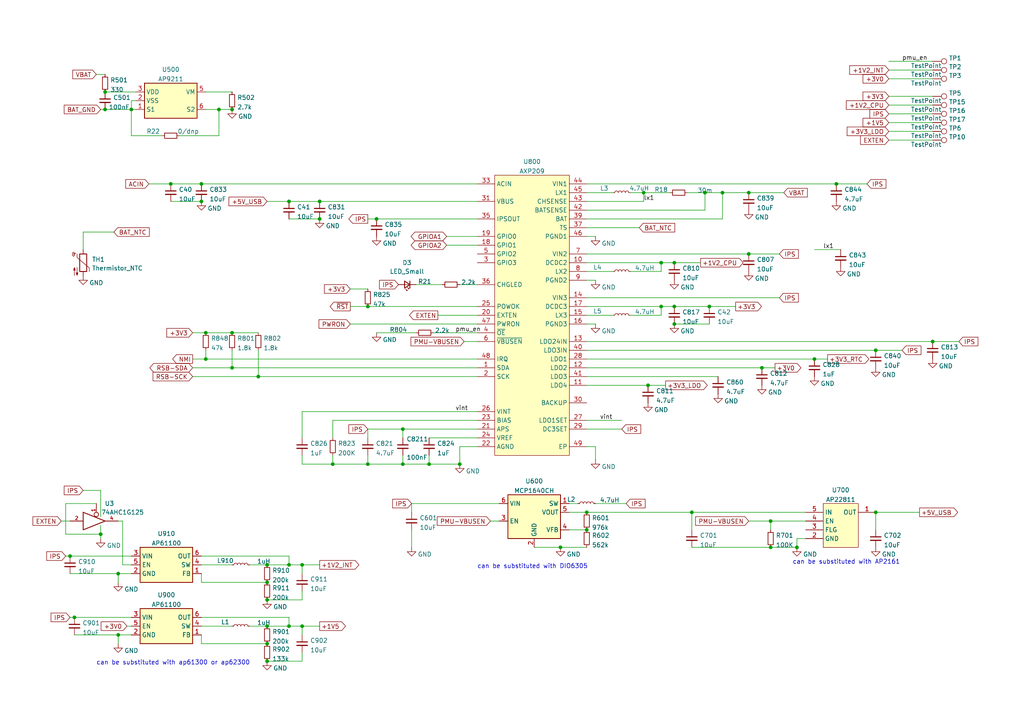
<source format=kicad_sch>
(kicad_sch (version 20231120) (generator "eeschema") (generator_version "8.0")
  (paper "A4")
  (lib_symbols
    (symbol "74xGxx:74AHC1G125" (pin_names (offset 1.016))
      (property "Reference" "U" (at -2.54 3.81 0))
      (property "Value" "74AHC1G125" (at 0 -3.81 0))
      (symbol "74AHC1G125_1_1"
        (pin input inverted (at 0 5.08 270) (length 3.81) (name "~") (number "1"))
        (pin input line (at -7.62 0 0) (length 3.81) (name "~") (number "2"))
        (pin power_in line (at 1.27 -1.27 270) (length 0) hide (name "GND") (number "3"))
        (pin tri_state line (at 6.35 0 180) (length 3.81) (name "~") (number "4"))
        (pin power_in line (at 1.27 1.27 90) (length 0) hide (name "VCC") (number "5"))
      )
    )
    (symbol "Connector:TestPoint" (pin_numbers hide) (pin_names (offset 0.762) hide)
      (property "Reference" "TP" (at 0 6.858 0))
      (property "Value" "TestPoint" (at 0 5.08 0))
      (symbol "TestPoint_1_1"
        (pin passive line (at 0 0 90) (length 2.54) (name "1") (number "1"))
      )
    )
    (symbol "Device:C_Small" (pin_numbers hide) (pin_names (offset 0.254) hide)
      (property "Reference" "C" (at 0.254 1.778 0))
      (property "Value" "C_Small" (at 0.254 -2.032 0))
      (symbol "C_Small_1_1"
        (pin passive line (at 0 2.54 270) (length 2.032) (name "~") (number "1"))
        (pin passive line (at 0 -2.54 90) (length 2.032) (name "~") (number "2"))
      )
    )
    (symbol "Device:LED_Small" (pin_numbers hide) (pin_names (offset 0.254) hide)
      (property "Reference" "D" (at -1.27 3.175 0))
      (property "Value" "LED_Small" (at -4.445 -2.54 0))
      (symbol "LED_Small_1_1"
        (pin passive line (at -2.54 0 0) (length 1.778) (name "K") (number "1"))
        (pin passive line (at 2.54 0 180) (length 1.778) (name "A") (number "2"))
      )
    )
    (symbol "Device:L_Small" (pin_numbers hide) (pin_names (offset 0.254) hide)
      (property "Reference" "L" (at 0.762 1.016 0))
      (property "Value" "L_Small" (at 0.762 -1.016 0))
      (symbol "L_Small_1_1"
        (pin passive line (at 0 2.54 270) (length 0.508) (name "~") (number "1"))
        (pin passive line (at 0 -2.54 90) (length 0.508) (name "~") (number "2"))
      )
    )
    (symbol "Device:R_Small" (pin_numbers hide) (pin_names (offset 0.254) hide)
      (property "Reference" "R" (at 0.762 0.508 0))
      (property "Value" "R_Small" (at 0.762 -1.016 0))
      (symbol "R_Small_1_1"
        (pin passive line (at 0 2.54 270) (length 0.762) (name "~") (number "1"))
        (pin passive line (at 0 -2.54 90) (length 0.762) (name "~") (number "2"))
      )
    )
    (symbol "Device:Thermistor_NTC" (pin_numbers hide) (pin_names (offset 0))
      (property "Reference" "TH" (at -4.445 0 90))
      (property "Value" "Thermistor_NTC" (at 3.175 0 90))
      (symbol "Thermistor_NTC_1_1"
        (pin passive line (at 0 3.81 270) (length 1.27) (name "~") (number "1"))
        (pin passive line (at 0 -3.81 90) (length 1.27) (name "~") (number "2"))
      )
    )
    (symbol "Regulator_Switching:MCP1640CH"
      (property "Reference" "U" (at -7.62 8.89 0))
      (property "Value" "MCP1640CH" (at -1.27 8.89 0))
      (symbol "MCP1640CH_1_1"
        (pin input line (at 10.16 5.08 180) (length 2.54) (name "SW") (number "1"))
        (pin power_in line (at 0 -7.62 90) (length 2.54) (name "GND") (number "2"))
        (pin input line (at -10.16 0 0) (length 2.54) (name "EN") (number "3"))
        (pin input line (at 10.16 -2.54 180) (length 2.54) (name "VFB") (number "4"))
        (pin power_out line (at 10.16 2.54 180) (length 2.54) (name "VOUT") (number "5"))
        (pin power_in line (at -10.16 5.08 0) (length 2.54) (name "VIN") (number "6"))
      )
    )
    (symbol "diodes:AP22811"
      (property "Reference" "U" (at -2.54 1.27 0))
      (property "Value" "AP22811" (at 5.08 1.27 0))
      (symbol "AP22811_1_1"
        (pin input line (at 10.16 -2.54 180) (length 5.08) (name "OUT") (number "1"))
        (pin input line (at -10.16 -10.16 0) (length 5.08) (name "GND") (number "2"))
        (pin input line (at -10.16 -7.62 0) (length 5.08) (name "FLG") (number "3"))
        (pin input line (at -10.16 -5.08 0) (length 5.08) (name "EN") (number "4"))
        (pin input line (at -10.16 -2.54 0) (length 5.08) (name "IN") (number "5"))
      )
    )
    (symbol "diodes:AP61100"
      (property "Reference" "U" (at -7.62 6.35 0))
      (property "Value" "AP61100" (at 5.08 6.35 0))
      (symbol "AP61100_1_1"
        (pin input line (at 10.16 -2.54 180) (length 2.54) (name "FB") (number "1"))
        (pin power_in line (at -10.16 -2.54 0) (length 2.54) (name "GND") (number "2"))
        (pin power_in line (at -10.16 2.54 0) (length 2.54) (name "VIN") (number "3"))
        (pin power_out line (at 10.16 0 180) (length 2.54) (name "SW") (number "4"))
        (pin input line (at -10.16 0 0) (length 2.54) (name "EN") (number "5"))
        (pin input line (at 10.16 2.54 180) (length 2.54) (name "OUT") (number "6"))
      )
    )
    (symbol "diodes:AP9211"
      (property "Reference" "U" (at -7.62 6.35 0))
      (property "Value" "AP9211" (at 6.35 6.35 0))
      (symbol "AP9211_1_1"
        (pin output line (at -10.16 -2.54 0) (length 2.54) (name "S1") (number "1"))
        (pin power_in line (at -10.16 0 0) (length 2.54) (name "VSS") (number "2"))
        (pin power_in line (at -10.16 2.54 0) (length 2.54) (name "VDD") (number "3"))
        (pin passive line (at 10.16 2.54 180) (length 2.54) (name "VM") (number "5"))
        (pin output line (at 10.16 -2.54 180) (length 2.54) (name "S2") (number "6"))
      )
    )
    (symbol "power:GND" (power) (pin_names (offset 0))
      (property "Value" "GND" (at 0 -3.81 0))
      (symbol "GND_1_1"
        (pin power_in line (at 0 0 270) (length 0) hide (name "GND") (number "1"))
      )
    )
    (symbol "xpowers:AXP203"
      (property "Reference" "U" (at -2.54 2.54 0))
      (property "Value" "AXP203" (at 3.81 2.54 0))
      (symbol "AXP203_1_0"
        (pin passive line (at -15.24 -55.88 0) (length 5.08) (name "SDA") (number "1"))
        (pin passive line (at 16.51 -25.4 180) (length 5.08) (name "DCDC2") (number "10"))
        (pin passive line (at 16.51 -60.96 180) (length 5.08) (name "LDO4") (number "11"))
        (pin passive line (at 16.51 -55.88 180) (length 5.08) (name "LDO2") (number "12"))
        (pin passive line (at 16.51 -48.26 180) (length 5.08) (name "LDO24IN") (number "13"))
        (pin passive line (at 16.51 -35.56 180) (length 5.08) (name "VIN3") (number "14"))
        (pin passive line (at 16.51 -40.64 180) (length 5.08) (name "LX3") (number "15"))
        (pin passive line (at 16.51 -43.18 180) (length 5.08) (name "PGND3") (number "16"))
        (pin passive line (at 16.51 -38.1 180) (length 5.08) (name "DCDC3") (number "17"))
        (pin passive line (at -15.24 -20.32 0) (length 5.08) (name "GPIO1") (number "18"))
        (pin passive line (at -15.24 -17.78 0) (length 5.08) (name "GPIO0") (number "19"))
        (pin passive line (at -15.24 -58.42 0) (length 5.08) (name "SCK") (number "2"))
        (pin passive line (at -15.24 -40.64 0) (length 5.08) (name "EXTEN") (number "20"))
        (pin passive line (at -15.24 -73.66 0) (length 5.08) (name "APS") (number "21"))
        (pin passive line (at -15.24 -78.74 0) (length 5.08) (name "AGND") (number "22"))
        (pin passive line (at -15.24 -71.12 0) (length 5.08) (name "BIAS") (number "23"))
        (pin passive line (at -15.24 -76.2 0) (length 5.08) (name "VREF") (number "24"))
        (pin passive line (at -15.24 -38.1 0) (length 5.08) (name "POWOK") (number "25"))
        (pin passive line (at -15.24 -68.58 0) (length 5.08) (name "VINT") (number "26"))
        (pin passive line (at 16.51 -71.12 180) (length 5.08) (name "LDO1SET") (number "27"))
        (pin passive line (at 16.51 -53.34 180) (length 5.08) (name "LDO1") (number "28"))
        (pin passive line (at 16.51 -73.66 180) (length 5.08) (name "DC3SET") (number "29"))
        (pin passive line (at -15.24 -25.4 0) (length 5.08) (name "GPIO3") (number "3"))
        (pin passive line (at 16.51 -66.04 180) (length 5.08) (name "BACKUP") (number "30"))
        (pin passive line (at -15.24 -7.62 0) (length 5.08) (name "VBUS") (number "31"))
        (pin passive line (at -15.24 -2.54 0) (length 5.08) hide (name "ACIN") (number "32"))
        (pin passive line (at -15.24 -2.54 0) (length 5.08) (name "ACIN") (number "33"))
        (pin passive line (at -15.24 -12.7 0) (length 5.08) hide (name "IPSOUT") (number "34"))
        (pin passive line (at -15.24 -12.7 0) (length 5.08) (name "IPSOUT") (number "35"))
        (pin passive line (at -15.24 -31.75 0) (length 5.08) (name "CHGLED") (number "36"))
        (pin passive line (at 16.51 -15.24 180) (length 5.08) (name "TS") (number "37"))
        (pin passive line (at 16.51 -12.7 180) (length 5.08) hide (name "BAT") (number "38"))
        (pin passive line (at 16.51 -12.7 180) (length 5.08) (name "BAT") (number "39"))
        (pin passive line (at -15.24 -45.72 0) (length 5.08) (name "~{OE}") (number "4"))
        (pin passive line (at 16.51 -50.8 180) (length 5.08) (name "LDO3IN") (number "40"))
        (pin passive line (at 16.51 -58.42 180) (length 5.08) (name "LDO3") (number "41"))
        (pin passive line (at 16.51 -10.16 180) (length 5.08) (name "BATSENSE") (number "42"))
        (pin passive line (at 16.51 -7.62 180) (length 5.08) (name "CHSENSE") (number "43"))
        (pin passive line (at 16.51 -2.54 180) (length 5.08) (name "VIN1") (number "44"))
        (pin passive line (at 16.51 -5.08 180) (length 5.08) (name "LX1") (number "45"))
        (pin passive line (at 16.51 -17.78 180) (length 5.08) (name "PGND1") (number "46"))
        (pin passive line (at -15.24 -43.18 0) (length 5.08) (name "PWRON") (number "47"))
        (pin passive line (at -15.24 -53.34 0) (length 5.08) (name "IRQ") (number "48"))
        (pin passive line (at 16.51 -78.74 180) (length 5.08) (name "EP") (number "49"))
        (pin passive line (at -15.24 -22.86 0) (length 5.08) (name "GPIO2") (number "5"))
        (pin passive line (at -15.24 -48.26 0) (length 5.08) (name "~{VBUSEN}") (number "6"))
        (pin passive line (at 16.51 -22.86 180) (length 5.08) (name "VIN2") (number "7"))
        (pin passive line (at 16.51 -27.94 180) (length 5.08) (name "LX2") (number "8"))
        (pin passive line (at 16.51 -30.48 180) (length 5.08) (name "PGND2") (number "9"))
      )
    )
  )
  (junction (at 116.84 124.46) (diameter 0.9144))
  (junction (at 254 101.6) (diameter 0.9144))
  (junction (at 200.66 148.59) (diameter 0.9144))
  (junction (at 170.18 153.67) (diameter 0.9144))
  (junction (at 254 148.59) (diameter 0.9144))
  (junction (at 231.14 158.75) (diameter 0.9144))
  (junction (at 59.69 104.14) (diameter 0.9144))
  (junction (at 87.63 163.83))
  (junction (at 58.42 58.42))
  (junction (at 83.82 163.83))
  (junction (at 236.22 104.14) (diameter 0.9144))
  (junction (at 83.82 58.42))
  (junction (at 223.52 151.13) (diameter 0.9144))
  (junction (at 67.31 31.75))
  (junction (at 29.21 154.94))
  (junction (at 77.47 181.61))
  (junction (at 87.63 181.61))
  (junction (at 74.93 109.22) (diameter 0.9144))
  (junction (at 191.77 88.9) (diameter 0.9144))
  (junction (at 116.84 134.62) (diameter 0.9144))
  (junction (at 59.69 96.52))
  (junction (at 77.47 173.99))
  (junction (at 67.31 106.68) (diameter 0.9144))
  (junction (at 38.1 31.75))
  (junction (at 106.68 88.9) (diameter 0.9144))
  (junction (at 77.47 186.69) (diameter 0.9144))
  (junction (at 96.52 134.62) (diameter 0.9144))
  (junction (at 242.57 53.34) (diameter 0.9144))
  (junction (at 58.42 53.34) (diameter 0.9144))
  (junction (at 187.96 111.76) (diameter 0.9144))
  (junction (at 170.18 148.59) (diameter 0.9144))
  (junction (at 83.82 181.61))
  (junction (at 30.48 26.67))
  (junction (at 205.74 88.9))
  (junction (at 209.55 55.88) (diameter 0.9144))
  (junction (at 30.48 31.75))
  (junction (at 223.52 158.75) (diameter 0.9144))
  (junction (at 124.46 134.62) (diameter 0.9144))
  (junction (at 162.56 158.75) (diameter 0.9144))
  (junction (at 133.35 134.62) (diameter 0.9144))
  (junction (at 77.47 191.77))
  (junction (at 270.51 99.06) (diameter 0.9144))
  (junction (at 34.29 184.15))
  (junction (at 67.31 96.52))
  (junction (at 77.47 163.83))
  (junction (at 92.71 58.42) (diameter 0.9144))
  (junction (at 109.22 63.5) (diameter 0.9144))
  (junction (at 21.59 179.07))
  (junction (at 34.29 166.37))
  (junction (at 220.98 106.68) (diameter 0.9144))
  (junction (at 186.69 55.88) (diameter 0.9144))
  (junction (at 217.17 55.88) (diameter 0.9144))
  (junction (at 217.17 73.66) (diameter 0.9144))
  (junction (at 63.5 31.75))
  (junction (at 195.58 76.2) (diameter 0.9144))
  (junction (at 77.47 168.91) (diameter 0.9144))
  (junction (at 20.32 161.29))
  (junction (at 106.68 134.62) (diameter 0.9144))
  (junction (at 191.77 76.2) (diameter 0.9144))
  (junction (at 49.53 53.34))
  (junction (at 195.58 88.9) (diameter 0.9144))
  (junction (at 204.47 55.88) (diameter 0.9144))
  (junction (at 195.58 93.98))
  (junction (at 92.71 63.5))
  (wire (pts (xy 209.55 55.88) (xy 217.17 55.88)))
  (wire (pts (xy 83.82 179.07) (xy 83.82 181.61)))
  (wire (pts (xy 58.42 186.69) (xy 58.42 184.15)))
  (wire (pts (xy 223.52 158.75) (xy 231.14 158.75)))
  (wire (pts (xy 29.21 154.94) (xy 29.21 156.21)))
  (wire (pts (xy 186.69 55.88) (xy 182.88 55.88)))
  (wire (pts (xy 20.32 179.07) (xy 21.59 179.07)))
  (wire (pts (xy 119.38 153.67) (xy 119.38 158.75)))
  (wire (pts (xy 134.62 99.06) (xy 138.43 99.06)))
  (wire (pts (xy 165.1 148.59) (xy 170.18 148.59)))
  (wire (pts (xy 59.69 31.75) (xy 63.5 31.75)))
  (wire (pts (xy 30.48 26.67) (xy 39.37 26.67)))
  (wire (pts (xy 77.47 58.42) (xy 83.82 58.42)))
  (wire (pts (xy 106.68 63.5) (xy 109.22 63.5)))
  (wire (pts (xy 30.48 31.75) (xy 38.1 31.75)))
  (wire (pts (xy 38.1 29.21) (xy 38.1 31.75)))
  (wire (pts (xy 186.69 58.42) (xy 186.69 55.88)))
  (wire (pts (xy 170.18 129.54) (xy 172.72 129.54)))
  (wire (pts (xy 87.63 184.15) (xy 87.63 181.61)))
  (wire (pts (xy 191.77 88.9) (xy 191.77 91.44)))
  (wire (pts (xy 257.81 20.32) (xy 270.51 20.32)))
  (wire (pts (xy 124.46 132.08) (xy 124.46 134.62)))
  (wire (pts (xy 106.68 134.62) (xy 116.84 134.62)))
  (wire (pts (xy 83.82 163.83) (xy 77.47 163.83)))
  (wire (pts (xy 87.63 173.99) (xy 77.47 173.99)))
  (wire (pts (xy 27.94 21.59) (xy 30.48 21.59)))
  (wire (pts (xy 116.84 132.08) (xy 116.84 134.62)))
  (wire (pts (xy 59.69 96.52) (xy 67.31 96.52)))
  (wire (pts (xy 55.88 106.68) (xy 67.31 106.68)))
  (wire (pts (xy 58.42 168.91) (xy 58.42 166.37)))
  (wire (pts (xy 74.93 101.6) (xy 74.93 109.22)))
  (wire (pts (xy 72.39 181.61) (xy 77.47 181.61)))
  (wire (pts (xy 74.93 109.22) (xy 138.43 109.22)))
  (wire (pts (xy 170.18 68.58) (xy 172.72 68.58)))
  (wire (pts (xy 119.38 146.05) (xy 119.38 148.59)))
  (wire (pts (xy 257.81 30.48) (xy 270.51 30.48)))
  (wire (pts (xy 204.47 55.88) (xy 199.39 55.88)))
  (wire (pts (xy 217.17 55.88) (xy 227.33 55.88)))
  (wire (pts (xy 200.66 148.59) (xy 233.68 148.59)))
  (wire (pts (xy 170.18 93.98) (xy 172.72 93.98)))
  (wire (pts (xy 170.18 106.68) (xy 220.98 106.68)))
  (wire (pts (xy 138.43 119.38) (xy 87.63 119.38)))
  (wire (pts (xy 257.81 35.56) (xy 270.51 35.56)))
  (wire (pts (xy 124.46 134.62) (xy 133.35 134.62)))
  (wire (pts (xy 170.18 60.96) (xy 204.47 60.96)))
  (wire (pts (xy 87.63 191.77) (xy 77.47 191.77)))
  (wire (pts (xy 49.53 53.34) (xy 58.42 53.34)))
  (wire (pts (xy 142.24 151.13) (xy 144.78 151.13)))
  (wire (pts (xy 170.18 91.44) (xy 177.8 91.44)))
  (wire (pts (xy 116.84 124.46) (xy 116.84 127)))
  (wire (pts (xy 191.77 88.9) (xy 195.58 88.9)))
  (wire (pts (xy 270.51 99.06) (xy 278.13 99.06)))
  (wire (pts (xy 209.55 55.88) (xy 204.47 55.88)))
  (wire (pts (xy 138.43 129.54) (xy 133.35 129.54)))
  (wire (pts (xy 127 91.44) (xy 138.43 91.44)))
  (wire (pts (xy 165.1 153.67) (xy 170.18 153.67)))
  (wire (pts (xy 87.63 163.83) (xy 92.71 163.83)))
  (wire (pts (xy 87.63 119.38) (xy 87.63 127)))
  (wire (pts (xy 58.42 179.07) (xy 83.82 179.07)))
  (wire (pts (xy 191.77 76.2) (xy 191.77 78.74)))
  (wire (pts (xy 195.58 88.9) (xy 205.74 88.9)))
  (wire (pts (xy 170.18 76.2) (xy 191.77 76.2)))
  (wire (pts (xy 195.58 76.2) (xy 203.2 76.2)))
  (wire (pts (xy 172.72 129.54) (xy 172.72 133.35)))
  (wire (pts (xy 254 148.59) (xy 266.7 148.59)))
  (wire (pts (xy 35.56 163.83) (xy 38.1 163.83)))
  (wire (pts (xy 182.88 91.44) (xy 191.77 91.44)))
  (wire (pts (xy 186.69 55.88) (xy 194.31 55.88)))
  (wire (pts (xy 67.31 96.52) (xy 74.93 96.52)))
  (wire (pts (xy 200.66 158.75) (xy 223.52 158.75)))
  (wire (pts (xy 170.18 78.74) (xy 177.8 78.74)))
  (wire (pts (xy 24.13 67.31) (xy 24.13 72.39)))
  (wire (pts (xy 170.18 88.9) (xy 191.77 88.9)))
  (wire (pts (xy 254 101.6) (xy 261.62 101.6)))
  (wire (pts (xy 170.18 63.5) (xy 209.55 63.5)))
  (wire (pts (xy 29.21 142.24) (xy 24.13 142.24)))
  (wire (pts (xy 236.22 104.14) (xy 240.03 104.14)))
  (wire (pts (xy 49.53 58.42) (xy 58.42 58.42)))
  (wire (pts (xy 58.42 161.29) (xy 83.82 161.29)))
  (wire (pts (xy 170.18 101.6) (xy 254 101.6)))
  (wire (pts (xy 83.82 181.61) (xy 77.47 181.61)))
  (wire (pts (xy 170.18 148.59) (xy 200.66 148.59)))
  (wire (pts (xy 19.05 146.05) (xy 19.05 154.94)))
  (wire (pts (xy 116.84 124.46) (xy 138.43 124.46)))
  (wire (pts (xy 106.68 132.08) (xy 106.68 134.62)))
  (wire (pts (xy 87.63 189.23) (xy 87.63 191.77)))
  (wire (pts (xy 38.1 184.15) (xy 34.29 184.15)))
  (wire (pts (xy 138.43 121.92) (xy 96.52 121.92)))
  (wire (pts (xy 38.1 31.75) (xy 39.37 31.75)))
  (wire (pts (xy 165.1 146.05) (xy 167.64 146.05)))
  (wire (pts (xy 170.18 55.88) (xy 177.8 55.88)))
  (wire (pts (xy 38.1 39.37) (xy 38.1 31.75)))
  (wire (pts (xy 170.18 86.36) (xy 226.06 86.36)))
  (wire (pts (xy 106.68 124.46) (xy 116.84 124.46)))
  (wire (pts (xy 124.46 127) (xy 138.43 127)))
  (wire (pts (xy 55.88 109.22) (xy 74.93 109.22)))
  (wire (pts (xy 58.42 163.83) (xy 67.31 163.83)))
  (wire (pts (xy 58.42 53.34) (xy 138.43 53.34)))
  (wire (pts (xy 217.17 73.66) (xy 226.06 73.66)))
  (wire (pts (xy 233.68 156.21) (xy 231.14 156.21)))
  (wire (pts (xy 58.42 168.91) (xy 77.47 168.91)))
  (wire (pts (xy 133.35 82.55) (xy 138.43 82.55)))
  (wire (pts (xy 195.58 93.98) (xy 205.74 93.98)))
  (wire (pts (xy 170.18 73.66) (xy 217.17 73.66)))
  (wire (pts (xy 29.21 152.4) (xy 29.21 154.94)))
  (wire (pts (xy 52.07 39.37) (xy 63.5 39.37)))
  (wire (pts (xy 21.59 184.15) (xy 34.29 184.15)))
  (wire (pts (xy 67.31 101.6) (xy 67.31 106.68)))
  (wire (pts (xy 33.02 67.31) (xy 24.13 67.31)))
  (wire (pts (xy 59.69 101.6) (xy 59.69 104.14)))
  (wire (pts (xy 35.56 151.13) (xy 35.56 163.83)))
  (wire (pts (xy 27.94 146.05) (xy 19.05 146.05)))
  (wire (pts (xy 109.22 96.52) (xy 120.65 96.52)))
  (wire (pts (xy 34.29 184.15) (xy 34.29 186.69)))
  (wire (pts (xy 67.31 106.68) (xy 138.43 106.68)))
  (wire (pts (xy 87.63 181.61) (xy 92.71 181.61)))
  (wire (pts (xy 257.81 22.86) (xy 270.51 22.86)))
  (wire (pts (xy 87.63 134.62) (xy 96.52 134.62)))
  (wire (pts (xy 39.37 29.21) (xy 38.1 29.21)))
  (wire (pts (xy 116.84 134.62) (xy 124.46 134.62)))
  (wire (pts (xy 29.21 149.86) (xy 29.21 142.24)))
  (wire (pts (xy 72.39 163.83) (xy 77.47 163.83)))
  (wire (pts (xy 133.35 129.54) (xy 133.35 134.62)))
  (wire (pts (xy 38.1 166.37) (xy 34.29 166.37)))
  (wire (pts (xy 87.63 166.37) (xy 87.63 163.83)))
  (wire (pts (xy 43.18 53.34) (xy 49.53 53.34)))
  (wire (pts (xy 101.6 93.98) (xy 138.43 93.98)))
  (wire (pts (xy 129.54 71.12) (xy 138.43 71.12)))
  (wire (pts (xy 170.18 99.06) (xy 270.51 99.06)))
  (wire (pts (xy 187.96 111.76) (xy 193.04 111.76)))
  (wire (pts (xy 96.52 132.08) (xy 96.52 134.62)))
  (wire (pts (xy 106.68 88.9) (xy 138.43 88.9)))
  (wire (pts (xy 170.18 58.42) (xy 186.69 58.42)))
  (wire (pts (xy 19.05 161.29) (xy 20.32 161.29)))
  (wire (pts (xy 83.82 58.42) (xy 92.71 58.42)))
  (wire (pts (xy 36.83 181.61) (xy 38.1 181.61)))
  (wire (pts (xy 17.78 151.13) (xy 20.32 151.13)))
  (wire (pts (xy 29.21 31.75) (xy 30.48 31.75)))
  (wire (pts (xy 257.81 27.94) (xy 270.51 27.94)))
  (wire (pts (xy 220.98 106.68) (xy 224.79 106.68)))
  (wire (pts (xy 20.32 166.37) (xy 34.29 166.37)))
  (wire (pts (xy 254 148.59) (xy 254 153.67)))
  (wire (pts (xy 191.77 76.2) (xy 195.58 76.2)))
  (wire (pts (xy 106.68 127) (xy 106.68 124.46)))
  (wire (pts (xy 257.81 38.1) (xy 270.51 38.1)))
  (wire (pts (xy 125.73 96.52) (xy 138.43 96.52)))
  (wire (pts (xy 257.81 33.02) (xy 270.51 33.02)))
  (wire (pts (xy 129.54 68.58) (xy 138.43 68.58)))
  (wire (pts (xy 46.99 39.37) (xy 38.1 39.37)))
  (wire (pts (xy 21.59 179.07) (xy 38.1 179.07)))
  (wire (pts (xy 59.69 26.67) (xy 67.31 26.67)))
  (wire (pts (xy 58.42 186.69) (xy 77.47 186.69)))
  (wire (pts (xy 236.22 72.39) (xy 243.84 72.39)))
  (wire (pts (xy 205.74 88.9) (xy 213.36 88.9)))
  (wire (pts (xy 170.18 53.34) (xy 242.57 53.34)))
  (wire (pts (xy 231.14 156.21) (xy 231.14 158.75)))
  (wire (pts (xy 223.52 151.13) (xy 233.68 151.13)))
  (wire (pts (xy 200.66 148.59) (xy 200.66 153.67)))
  (wire (pts (xy 101.6 88.9) (xy 106.68 88.9)))
  (wire (pts (xy 257.81 17.78) (xy 270.51 17.78)))
  (wire (pts (xy 87.63 171.45) (xy 87.63 173.99)))
  (wire (pts (xy 55.88 104.14) (xy 59.69 104.14)))
  (wire (pts (xy 223.52 151.13) (xy 223.52 153.67)))
  (wire (pts (xy 34.29 166.37) (xy 34.29 168.91)))
  (wire (pts (xy 63.5 39.37) (xy 63.5 31.75)))
  (wire (pts (xy 170.18 104.14) (xy 236.22 104.14)))
  (wire (pts (xy 19.05 154.94) (xy 29.21 154.94)))
  (wire (pts (xy 170.18 66.04) (xy 185.42 66.04)))
  (wire (pts (xy 170.18 81.28) (xy 172.72 81.28)))
  (wire (pts (xy 55.88 96.52) (xy 59.69 96.52)))
  (wire (pts (xy 209.55 63.5) (xy 209.55 55.88)))
  (wire (pts (xy 83.82 161.29) (xy 83.82 163.83)))
  (wire (pts (xy 92.71 58.42) (xy 138.43 58.42)))
  (wire (pts (xy 162.56 158.75) (xy 170.18 158.75)))
  (wire (pts (xy 170.18 121.92) (xy 180.34 121.92)))
  (wire (pts (xy 59.69 104.14) (xy 138.43 104.14)))
  (wire (pts (xy 170.18 109.22) (xy 208.28 109.22)))
  (wire (pts (xy 154.94 158.75) (xy 162.56 158.75)))
  (wire (pts (xy 170.18 111.76) (xy 187.96 111.76)))
  (wire (pts (xy 35.56 151.13) (xy 34.29 151.13)))
  (wire (pts (xy 83.82 181.61) (xy 87.63 181.61)))
  (wire (pts (xy 204.47 60.96) (xy 204.47 55.88)))
  (wire (pts (xy 120.65 82.55) (xy 128.27 82.55)))
  (wire (pts (xy 242.57 53.34) (xy 251.46 53.34)))
  (wire (pts (xy 101.6 83.82) (xy 106.68 83.82)))
  (wire (pts (xy 109.22 63.5) (xy 138.43 63.5)))
  (wire (pts (xy 63.5 31.75) (xy 67.31 31.75)))
  (wire (pts (xy 191.77 78.74) (xy 182.88 78.74)))
  (wire (pts (xy 87.63 132.08) (xy 87.63 134.62)))
  (wire (pts (xy 119.38 146.05) (xy 144.78 146.05)))
  (wire (pts (xy 170.18 124.46) (xy 180.34 124.46)))
  (wire (pts (xy 83.82 163.83) (xy 87.63 163.83)))
  (wire (pts (xy 83.82 63.5) (xy 92.71 63.5)))
  (wire (pts (xy 257.81 40.64) (xy 270.51 40.64)))
  (wire (pts (xy 58.42 181.61) (xy 67.31 181.61)))
  (wire (pts (xy 96.52 121.92) (xy 96.52 127)))
  (wire (pts (xy 96.52 134.62) (xy 106.68 134.62)))
  (wire (pts (xy 217.17 151.13) (xy 223.52 151.13)))
  (wire (pts (xy 172.72 146.05) (xy 181.61 146.05)))
  (wire (pts (xy 20.32 161.29) (xy 38.1 161.29)))
  (text "can be substituted with ap61300 or ap62300" (at 27.94 193.04 0) (effects (font (size 1.27 1.27)) (justify left bottom)))
  (text "can be substituted with DIO6305" (at 138.43 165.1 0) (effects (font (size 1.27 1.27)) (justify left bottom)))
  (text "can be substituted with AP2161" (at 229.87 163.83 0) (effects (font (size 1.27 1.27)) (justify left bottom)))
  (label "vint" (at 132.08 119.38 0))
  (label "pmu_en" (at 261.62 17.78 0))
  (label "vint" (at 173.99 121.92 0))
  (label "lx1" (at 238.76 72.39 0))
  (label "pmu_en" (at 132.08 96.52 0))
  (label "lx1" (at 186.69 58.42 0))
  (global_label "+3V3_LDO" (shape input) (at 257.81 38.1 180) (property "Intersheetrefs" "${INTERSHEET_REFS}" (effects (hide yes))))
  (global_label "IPS" (shape input) (at 226.06 73.66 0) (property "Intersheetrefs" "${INTERSHEET_REFS}" (effects (hide yes))))
  (global_label "+3V0" (shape input) (at 257.81 22.86 180) (property "Intersheetrefs" "${INTERSHEET_REFS}" (effects (hide yes))))
  (global_label "IPS" (shape input) (at 261.62 101.6 0) (property "Intersheetrefs" "${INTERSHEET_REFS}" (effects (hide yes))))
  (global_label "IPS" (shape input) (at 20.32 179.07 180) (property "Intersheetrefs" "${INTERSHEET_REFS}" (effects (hide yes))))
  (global_label "IPS" (shape input) (at 226.06 86.36 0) (property "Intersheetrefs" "${INTERSHEET_REFS}" (effects (hide yes))))
  (global_label "+3V3" (shape input) (at 257.81 27.94 180) (property "Intersheetrefs" "${INTERSHEET_REFS}" (effects (hide yes))))
  (global_label "PMU-VBUSEN" (shape input) (at 217.17 151.13 180) (property "Intersheetrefs" "${INTERSHEET_REFS}" (effects (hide yes))))
  (global_label "IPS" (shape input) (at 19.05 161.29 180) (property "Intersheetrefs" "${INTERSHEET_REFS}" (effects (hide yes))))
  (global_label "EXTEN" (shape output) (at 127 91.44 180) (property "Intersheetrefs" "${INTERSHEET_REFS}" (effects (hide yes))))
  (global_label "ACIN" (shape input) (at 43.18 53.34 180) (property "Intersheetrefs" "${INTERSHEET_REFS}" (effects (hide yes))))
  (global_label "+1V2_CPU" (shape input) (at 257.81 30.48 180) (property "Intersheetrefs" "${INTERSHEET_REFS}" (effects (hide yes))))
  (global_label "GPIOA1" (shape bidirectional) (at 129.54 68.58 180) (property "Intersheetrefs" "${INTERSHEET_REFS}" (effects (hide yes))))
  (global_label "RSB-SDA" (shape bidirectional) (at 55.88 106.68 180) (property "Intersheetrefs" "${INTERSHEET_REFS}" (effects (hide yes))))
  (global_label "RSB-SCK" (shape input) (at 55.88 109.22 180) (property "Intersheetrefs" "${INTERSHEET_REFS}" (effects (hide yes))))
  (global_label "VBAT" (shape input) (at 227.33 55.88 0) (property "Intersheetrefs" "${INTERSHEET_REFS}" (effects (hide yes))))
  (global_label "+1V5" (shape output) (at 92.71 181.61 0) (property "Intersheetrefs" "${INTERSHEET_REFS}" (effects (hide yes))))
  (global_label "+3V3_RTC" (shape output) (at 240.03 104.14 0) (property "Intersheetrefs" "${INTERSHEET_REFS}" (effects (hide yes))))
  (global_label "IPS" (shape input) (at 257.81 33.02 180) (property "Intersheetrefs" "${INTERSHEET_REFS}" (effects (hide yes))))
  (global_label "+3V3" (shape output) (at 213.36 88.9 0) (property "Intersheetrefs" "${INTERSHEET_REFS}" (effects (hide yes))))
  (global_label "IPS" (shape input) (at 278.13 99.06 0) (property "Intersheetrefs" "${INTERSHEET_REFS}" (effects (hide yes))))
  (global_label "~{RST}" (shape output) (at 101.6 88.9 180) (property "Intersheetrefs" "${INTERSHEET_REFS}" (effects (hide yes))))
  (global_label "GPIOA2" (shape bidirectional) (at 129.54 71.12 180) (property "Intersheetrefs" "${INTERSHEET_REFS}" (effects (hide yes))))
  (global_label "IPS" (shape input) (at 180.34 124.46 0) (property "Intersheetrefs" "${INTERSHEET_REFS}" (effects (hide yes))))
  (global_label "IPS" (shape input) (at 119.38 146.05 180) (property "Intersheetrefs" "${INTERSHEET_REFS}" (effects (hide yes))))
  (global_label "+1V5" (shape input) (at 257.81 35.56 180) (property "Intersheetrefs" "${INTERSHEET_REFS}" (effects (hide yes))))
  (global_label "IPS" (shape input) (at 24.13 142.24 180) (property "Intersheetrefs" "${INTERSHEET_REFS}" (effects (hide yes))))
  (global_label "+3V0" (shape output) (at 224.79 106.68 0) (property "Intersheetrefs" "${INTERSHEET_REFS}" (effects (hide yes))))
  (global_label "PMU-VBUSEN" (shape input) (at 134.62 99.06 180) (property "Intersheetrefs" "${INTERSHEET_REFS}" (effects (hide yes))))
  (global_label "+1V2_CPU" (shape output) (at 203.2 76.2 0) (property "Intersheetrefs" "${INTERSHEET_REFS}" (effects (hide yes))))
  (global_label "+3V3" (shape input) (at 55.88 96.52 180) (property "Intersheetrefs" "${INTERSHEET_REFS}" (effects (hide yes))))
  (global_label "PMU-VBUSEN" (shape input) (at 142.24 151.13 180) (property "Intersheetrefs" "${INTERSHEET_REFS}" (effects (hide yes))))
  (global_label "IPS" (shape input) (at 251.46 53.34 0) (property "Intersheetrefs" "${INTERSHEET_REFS}" (effects (hide yes))))
  (global_label "IPS" (shape output) (at 106.68 63.5 180) (property "Intersheetrefs" "${INTERSHEET_REFS}" (effects (hide yes))))
  (global_label "BAT_NTC" (shape input) (at 33.02 67.31 0) (property "Intersheetrefs" "${INTERSHEET_REFS}" (effects (hide yes))))
  (global_label "+1V2_INT" (shape output) (at 92.71 163.83 0) (property "Intersheetrefs" "${INTERSHEET_REFS}" (effects (hide yes))))
  (global_label "BAT_GND" (shape input) (at 29.21 31.75 180) (property "Intersheetrefs" "${INTERSHEET_REFS}" (effects (hide yes))))
  (global_label "EXTEN" (shape input) (at 17.78 151.13 180) (property "Intersheetrefs" "${INTERSHEET_REFS}" (effects (hide yes))))
  (global_label "NMI" (shape output) (at 55.88 104.14 180) (property "Intersheetrefs" "${INTERSHEET_REFS}" (effects (hide yes))))
  (global_label "+3V3" (shape input) (at 101.6 83.82 180) (property "Intersheetrefs" "${INTERSHEET_REFS}" (effects (hide yes))))
  (global_label "+3V0" (shape input) (at 36.83 181.61 180) (property "Intersheetrefs" "${INTERSHEET_REFS}" (effects (hide yes))))
  (global_label "BAT_NTC" (shape input) (at 185.42 66.04 0) (property "Intersheetrefs" "${INTERSHEET_REFS}" (effects (hide yes))))
  (global_label "VBAT" (shape input) (at 27.94 21.59 180) (property "Intersheetrefs" "${INTERSHEET_REFS}" (effects (hide yes))))
  (global_label "IPS" (shape input) (at 115.57 82.55 180) (property "Intersheetrefs" "${INTERSHEET_REFS}" (effects (hide yes))))
  (global_label "PWRON" (shape input) (at 101.6 93.98 180) (property "Intersheetrefs" "${INTERSHEET_REFS}" (effects (hide yes))))
  (global_label "IPS" (shape input) (at 181.61 146.05 0) (property "Intersheetrefs" "${INTERSHEET_REFS}" (effects (hide yes))))
  (global_label "EXTEN" (shape input) (at 257.81 40.64 180) (property "Intersheetrefs" "${INTERSHEET_REFS}" (effects (hide yes))))
  (global_label "+5V_USB" (shape output) (at 266.7 148.59 0) (property "Intersheetrefs" "${INTERSHEET_REFS}" (effects (hide yes))))
  (global_label "+5V_USB" (shape input) (at 77.47 58.42 180) (property "Intersheetrefs" "${INTERSHEET_REFS}" (effects (hide yes))))
  (global_label "+1V2_INT" (shape input) (at 257.81 20.32 180) (property "Intersheetrefs" "${INTERSHEET_REFS}" (effects (hide yes))))
  (global_label "+3V3_LDO" (shape output) (at 193.04 111.76 0) (property "Intersheetrefs" "${INTERSHEET_REFS}" (effects (hide yes))))
  (global_label "IPS" (shape input) (at 106.68 124.46 180) (property "Intersheetrefs" "${INTERSHEET_REFS}" (effects (hide yes))))
  (symbol (lib_id "Device:R_Small") (at 106.68 86.36 0) (unit 1)
    (property "Reference" "R825" (at 108.1787 85.4515 0) (effects (justify left)))
    (property "Value" "47k" (at 108.1787 88.2266 0) (effects (justify left)))
    (property "Footprint" "Resistor_SMD:R_0402_1005Metric" (effects (hide yes)))
  )
  (symbol (lib_id "power:GND") (at 254 106.68 0) (unit 1)
    (property "Reference" "#PWR0139" (effects (hide yes)))
    (property "Value" "GND" (at 257.81 108.7026 0))
  )
  (symbol (lib_id "Connector:TestPoint") (at 270.51 40.64 270) (unit 1)
    (property "Reference" "TP10" (at 275.2091 39.7315 90) (effects (justify left)))
    (property "Value" "TestPoint" (at 264.16 41.91 90) (effects (justify left)))
    (property "Footprint" "TestPoint:TestPoint_Pad_D1.0mm" (effects (hide yes)))
  )
  (symbol (lib_id "Device:L_Small") (at 69.85 163.83 90) (unit 1)
    (property "Reference" "L910" (at 65.3466 162.6305 90))
    (property "Value" "1uH" (at 76.5014 162.8213 90))
    (property "Footprint" "Inductor_SMD:L_Wuerth_MAPI-2510" (effects (hide yes)))
  )
  (symbol (lib_id "Device:C_Small") (at 220.98 109.22 0) (unit 1)
    (property "Reference" "C812" (at 223.3042 108.3115 0) (effects (justify left)))
    (property "Value" "4.7uF" (at 223.3042 111.0866 0) (effects (justify left)))
    (property "Footprint" "Capacitor_SMD:C_0603_1608Metric" (effects (hide yes)))
  )
  (symbol (lib_id "Device:C_Small") (at 217.17 58.42 0) (unit 1)
    (property "Reference" "C839" (at 219.4942 57.5115 0) (effects (justify left)))
    (property "Value" "10uF" (at 219.4942 60.2866 0) (effects (justify left)))
    (property "Footprint" "Capacitor_SMD:C_0603_1608Metric" (effects (hide yes)))
  )
  (symbol (lib_id "power:GND") (at 195.58 93.98 0) (unit 1)
    (property "Reference" "#PWR0136" (effects (hide yes)))
    (property "Value" "GND" (at 199.39 96.0026 0))
  )
  (symbol (lib_id "Device:C_Small") (at 254 156.21 0) (unit 1)
    (property "Reference" "C702" (at 256.3242 155.3015 0) (effects (justify left)))
    (property "Value" "10uF" (at 256.3242 158.0766 0) (effects (justify left)))
    (property "Footprint" "Capacitor_SMD:C_0805_2012Metric" (effects (hide yes)))
  )
  (symbol (lib_id "Device:C_Small") (at 87.63 168.91 0) (unit 1)
    (property "Reference" "C911" (at 89.9542 168.0015 0) (effects (justify left)))
    (property "Value" "10uF" (at 89.9542 170.7766 0) (effects (justify left)))
    (property "Footprint" "Capacitor_SMD:C_0603_1608Metric" (effects (hide yes)))
  )
  (symbol (lib_id "Device:C_Small") (at 187.96 114.3 0) (unit 1)
    (property "Reference" "C811" (at 190.2842 113.3915 0) (effects (justify left)))
    (property "Value" "4.7uF" (at 190.2842 116.1666 0) (effects (justify left)))
    (property "Footprint" "Capacitor_SMD:C_0603_1608Metric" (effects (hide yes)))
  )
  (symbol (lib_id "Connector:TestPoint") (at 270.51 22.86 270) (unit 1)
    (property "Reference" "TP3" (at 275.2091 21.9515 90) (effects (justify left)))
    (property "Value" "TestPoint" (at 264.16 24.13 90) (effects (justify left)))
    (property "Footprint" "TestPoint:TestPoint_Pad_D1.0mm" (effects (hide yes)))
  )
  (symbol (lib_id "power:GND") (at 231.14 158.75 0) (unit 1)
    (property "Reference" "#PWR0159" (effects (hide yes)))
    (property "Value" "GND" (at 234.95 160.7726 0))
  )
  (symbol (lib_id "Device:C_Small") (at 195.58 91.44 0) (unit 1)
    (property "Reference" "C817" (at 197.9042 90.5315 0) (effects (justify left)))
    (property "Value" "10uF" (at 197.9042 93.3066 0) (effects (justify left)))
    (property "Footprint" "Capacitor_SMD:C_0805_2012Metric" (effects (hide yes)))
  )
  (symbol (lib_id "power:GND") (at 270.51 104.14 0) (unit 1)
    (property "Reference" "#PWR0162" (effects (hide yes)))
    (property "Value" "GND" (at 274.32 106.1626 0))
  )
  (symbol (lib_id "power:GND") (at 172.72 93.98 0) (unit 1)
    (property "Reference" "#PWR0161" (effects (hide yes)))
    (property "Value" "GND" (at 176.53 96.0026 0))
  )
  (symbol (lib_id "power:GND") (at 34.29 186.69 0) (unit 1)
    (property "Reference" "#PWR0151" (effects (hide yes)))
    (property "Value" "GND" (at 38.1 188.7126 0))
  )
  (symbol (lib_id "power:GND") (at 24.13 80.01 0) (unit 1)
    (property "Reference" "#PWR0175" (effects (hide yes)))
    (property "Value" "GND" (at 27.94 82.0326 0))
  )
  (symbol (lib_id "power:GND") (at 119.38 158.75 0) (unit 1)
    (property "Reference" "#PWR0150" (effects (hide yes)))
    (property "Value" "GND" (at 123.19 160.7726 0))
  )
  (symbol (lib_id "Device:R_Small") (at 59.69 99.06 0) (unit 1)
    (property "Reference" "R848" (at 61.1887 98.1515 0) (effects (justify left)))
    (property "Value" "47k" (at 61.1887 100.9266 0) (effects (justify left)))
    (property "Footprint" "Resistor_SMD:R_0402_1005Metric" (effects (hide yes)))
  )
  (symbol (lib_id "Device:C_Small") (at 109.22 66.04 0) (unit 1)
    (property "Reference" "C835" (at 111.5442 65.1315 0) (effects (justify left)))
    (property "Value" "10uF" (at 111.5442 67.9066 0) (effects (justify left)))
    (property "Footprint" "Capacitor_SMD:C_0603_1608Metric" (effects (hide yes)))
  )
  (symbol (lib_id "Device:C_Small") (at 217.17 76.2 0) (unit 1)
    (property "Reference" "C807" (at 219.4942 75.2915 0) (effects (justify left)))
    (property "Value" "10uF" (at 219.4942 78.0666 0) (effects (justify left)))
    (property "Footprint" "Capacitor_SMD:C_0805_2012Metric" (effects (hide yes)))
  )
  (symbol (lib_id "Device:C_Small") (at 205.74 91.44 0) (unit 1)
    (property "Reference" "C42" (at 208.0642 90.5315 0) (effects (justify left)))
    (property "Value" "10uF" (at 208.0642 93.3066 0) (effects (justify left)))
    (property "Footprint" "Capacitor_SMD:C_0805_2012Metric" (effects (hide yes)))
  )
  (symbol (lib_id "Connector:TestPoint") (at 270.51 20.32 270) (unit 1)
    (property "Reference" "TP2" (at 275.2091 19.4115 90) (effects (justify left)))
    (property "Value" "TestPoint" (at 264.16 21.59 90) (effects (justify left)))
    (property "Footprint" "TestPoint:TestPoint_Pad_D1.0mm" (effects (hide yes)))
  )
  (symbol (lib_id "Device:R_Small") (at 77.47 166.37 0) (unit 1)
    (property "Reference" "R910" (at 78.9687 165.4615 0) (effects (justify left)))
    (property "Value" "200k" (at 78.9687 168.2366 0) (effects (justify left)))
    (property "Footprint" "Resistor_SMD:R_0402_1005Metric" (effects (hide yes)))
  )
  (symbol (lib_id "power:GND") (at 220.98 111.76 0) (unit 1)
    (property "Reference" "#PWR0140" (effects (hide yes)))
    (property "Value" "GND" (at 224.79 113.7826 0))
  )
  (symbol (lib_id "Device:L_Small") (at 69.85 181.61 90) (unit 1)
    (property "Reference" "L1" (at 65.3466 180.4105 90))
    (property "Value" "1uH" (at 76.5014 180.6013 90))
    (property "Footprint" "Inductor_SMD:L_Wuerth_MAPI-2510" (effects (hide yes)))
  )
  (symbol (lib_id "diodes:AP61100") (at 48.26 163.83 0) (unit 1)
    (property "Reference" "U910" (at 48.26 154.7834 0))
    (property "Value" "AP61100" (at 48.26 157.5585 0))
    (property "Footprint" "Package_TO_SOT_SMD:SOT-563" (effects (hide yes)))
  )
  (symbol (lib_id "Device:R_Small") (at 170.18 156.21 0) (unit 1)
    (property "Reference" "R602" (at 171.6787 155.3015 0) (effects (justify left)))
    (property "Value" "562k" (at 171.6787 158.0766 0) (effects (justify left)))
    (property "Footprint" "Resistor_SMD:R_0402_1005Metric" (effects (hide yes)))
  )
  (symbol (lib_id "Connector:TestPoint") (at 270.51 38.1 270) (unit 1)
    (property "Reference" "TP6" (at 275.2091 37.1915 90) (effects (justify left)))
    (property "Value" "TestPoint" (at 264.16 39.37 90) (effects (justify left)))
    (property "Footprint" "TestPoint:TestPoint_Pad_D1.0mm" (effects (hide yes)))
  )
  (symbol (lib_id "Device:C_Small") (at 92.71 60.96 0) (unit 1)
    (property "Reference" "C831" (at 95.0342 60.0515 0) (effects (justify left)))
    (property "Value" "10uF" (at 95.0342 62.8266 0) (effects (justify left)))
    (property "Footprint" "Capacitor_SMD:C_0805_2012Metric" (effects (hide yes)))
  )
  (symbol (lib_id "Device:R_Small") (at 77.47 189.23 0) (unit 1)
    (property "Reference" "R902" (at 78.9687 188.3215 0) (effects (justify left)))
    (property "Value" "133k" (at 78.9687 191.0966 0) (effects (justify left)))
    (property "Footprint" "Resistor_SMD:R_0402_1005Metric" (effects (hide yes)))
  )
  (symbol (lib_id "Device:C_Small") (at 270.51 101.6 0) (unit 1)
    (property "Reference" "C813" (at 272.8342 100.6915 0) (effects (justify left)))
    (property "Value" "10uF" (at 272.8342 103.4666 0) (effects (justify left)))
    (property "Footprint" "Capacitor_SMD:C_0805_2012Metric" (effects (hide yes)))
  )
  (symbol (lib_id "Device:L_Small") (at 180.34 55.88 90) (unit 1)
    (property "Reference" "L3" (at 175.26 54.61 90))
    (property "Value" "4.7uH" (at 185.42 54.61 90))
    (property "Footprint" "Inductor_SMD:L_Wuerth_MAPI-2512" (effects (hide yes)))
  )
  (symbol (lib_id "Device:C_Small") (at 106.68 129.54 0) (unit 1)
    (property "Reference" "C821" (at 109.0042 128.6315 0) (effects (justify left)))
    (property "Value" "4.7uF" (at 109.0042 131.4066 0) (effects (justify left)))
    (property "Footprint" "Capacitor_SMD:C_0603_1608Metric" (effects (hide yes)))
  )
  (symbol (lib_id "Device:R_Small") (at 170.18 151.13 0) (unit 1)
    (property "Reference" "R601" (at 171.6787 150.2215 0) (effects (justify left)))
    (property "Value" "976k" (at 171.6787 152.9966 0) (effects (justify left)))
    (property "Footprint" "Resistor_SMD:R_0402_1005Metric" (effects (hide yes)))
  )
  (symbol (lib_id "power:GND") (at 34.29 168.91 0) (unit 1)
    (property "Reference" "#PWR0167" (effects (hide yes)))
    (property "Value" "GND" (at 38.1 170.9326 0))
  )
  (symbol (lib_id "Connector:TestPoint") (at 270.51 27.94 270) (unit 1)
    (property "Reference" "TP5" (at 275.2091 27.0315 90) (effects (justify left)))
    (property "Value" "TestPoint" (at 264.16 29.21 90) (effects (justify left)))
    (property "Footprint" "TestPoint:TestPoint_Pad_D1.0mm" (effects (hide yes)))
  )
  (symbol (lib_id "Device:R_Small") (at 130.81 82.55 90) (unit 1)
    (property "Reference" "R21" (at 123.19 81.6568 90))
    (property "Value" "2.2k" (at 135.89 81.8919 90))
    (property "Footprint" "Resistor_SMD:R_0402_1005Metric" (effects (hide yes)))
  )
  (symbol (lib_id "power:GND") (at 195.58 81.28 0) (unit 1)
    (property "Reference" "#PWR0143" (effects (hide yes)))
    (property "Value" "GND" (at 199.39 83.3026 0))
  )
  (symbol (lib_id "Device:Thermistor_NTC") (at 24.13 76.2 0) (unit 1)
    (property "Reference" "TH1" (at 26.67 75.2474 0) (effects (justify left)))
    (property "Value" "Thermistor_NTC" (at 26.67 77.7874 0) (effects (justify left)))
    (property "Footprint" "Resistor_SMD:R_0603_1608Metric" (effects (hide yes)))
  )
  (symbol (lib_id "Device:C_Small") (at 243.84 74.93 0) (unit 1)
    (property "Reference" "C843" (at 246.1642 74.0215 0) (effects (justify left)))
    (property "Value" "10uF" (at 246.1642 76.7966 0) (effects (justify left)))
    (property "Footprint" "Capacitor_SMD:C_0805_2012Metric" (effects (hide yes)))
  )
  (symbol (lib_id "diodes:AP61100") (at 48.26 181.61 0) (unit 1)
    (property "Reference" "U900" (at 48.26 172.5634 0))
    (property "Value" "AP61100" (at 48.26 175.3385 0))
    (property "Footprint" "Package_TO_SOT_SMD:SOT-563" (effects (hide yes)))
  )
  (symbol (lib_id "power:GND") (at 67.31 31.75 0) (unit 1)
    (property "Reference" "#PWR0153" (effects (hide yes)))
    (property "Value" "GND" (at 71.12 33.7726 0))
  )
  (symbol (lib_id "power:GND") (at 162.56 158.75 0) (unit 1)
    (property "Reference" "#PWR0149" (effects (hide yes)))
    (property "Value" "GND" (at 166.37 160.7726 0))
  )
  (symbol (lib_id "Device:R_Small") (at 77.47 184.15 0) (unit 1)
    (property "Reference" "R901" (at 78.9687 183.2415 0) (effects (justify left)))
    (property "Value" "200k" (at 78.9687 186.0166 0) (effects (justify left)))
    (property "Footprint" "Resistor_SMD:R_0402_1005Metric" (effects (hide yes)))
  )
  (symbol (lib_id "Device:C_Small") (at 87.63 186.69 0) (unit 1)
    (property "Reference" "C902" (at 89.9542 185.7815 0) (effects (justify left)))
    (property "Value" "10uF" (at 89.9542 188.5566 0) (effects (justify left)))
    (property "Footprint" "Capacitor_SMD:C_0603_1608Metric" (effects (hide yes)))
  )
  (symbol (lib_id "Connector:TestPoint") (at 270.51 17.78 270) (unit 1)
    (property "Reference" "TP1" (at 275.2091 16.8715 90) (effects (justify left)))
    (property "Value" "TestPoint" (at 264.16 19.05 90) (effects (justify left)))
    (property "Footprint" "TestPoint:TestPoint_Pad_D1.0mm" (effects (hide yes)))
  )
  (symbol (lib_id "power:GND") (at 172.72 68.58 0) (unit 1)
    (property "Reference" "#PWR0145" (effects (hide yes)))
    (property "Value" "GND" (at 176.53 70.6026 0))
  )
  (symbol (lib_id "Device:C_Small") (at 200.66 156.21 0) (unit 1)
    (property "Reference" "C701" (at 202.9842 155.3015 0) (effects (justify left)))
    (property "Value" "10uF" (at 202.9842 158.0766 0) (effects (justify left)))
    (property "Footprint" "Capacitor_SMD:C_0805_2012Metric" (effects (hide yes)))
  )
  (symbol (lib_id "Device:C_Small") (at 58.42 55.88 0) (unit 1)
    (property "Reference" "C833" (at 60.7442 54.9715 0) (effects (justify left)))
    (property "Value" "10uF" (at 60.7442 57.7466 0) (effects (justify left)))
    (property "Footprint" "Capacitor_SMD:C_0805_2012Metric" (effects (hide yes)))
  )
  (symbol (lib_id "power:GND") (at 208.28 114.3 0) (unit 1)
    (property "Reference" "#PWR0174" (effects (hide yes)))
    (property "Value" "GND" (at 212.09 116.3226 0))
  )
  (symbol (lib_id "diodes:AP9211") (at 49.53 29.21 0) (unit 1)
    (property "Reference" "U500" (at 49.53 20.1634 0))
    (property "Value" "AP9211" (at 49.53 22.9385 0))
    (property "Footprint" "diodes:DFN-2030-6" (effects (hide yes)))
  )
  (symbol (lib_id "Device:C_Small") (at 236.22 106.68 0) (unit 1)
    (property "Reference" "C828" (at 238.5442 105.7715 0) (effects (justify left)))
    (property "Value" "1uF" (at 238.5442 108.5466 0) (effects (justify left)))
    (property "Footprint" "Capacitor_SMD:C_0402_1005Metric" (effects (hide yes)))
  )
  (symbol (lib_id "xpowers:AXP203") (at 153.67 50.8 0) (unit 1)
    (property "Reference" "U800" (at 154.305 46.8842 0))
    (property "Value" "AXP209" (at 154.305 49.6593 0))
    (property "Footprint" "Package_DFN_QFN:QFN-48-1EP_6x6mm_P0.4mm_EP4.2x4.2mm_ThermalVias" (effects (hide yes)))
  )
  (symbol (lib_id "Device:C_Small") (at 242.57 55.88 0) (unit 1)
    (property "Reference" "C844" (at 244.8942 54.9715 0) (effects (justify left)))
    (property "Value" "4.7uF" (at 244.8942 57.7466 0) (effects (justify left)))
    (property "Footprint" "Capacitor_SMD:C_0603_1608Metric" (effects (hide yes)))
  )
  (symbol (lib_id "Device:R_Small") (at 67.31 29.21 0) (unit 1)
    (property "Reference" "R502" (at 68.8087 28.3015 0) (effects (justify left)))
    (property "Value" "2.7k" (at 68.8087 31.0766 0) (effects (justify left)))
    (property "Footprint" "Resistor_SMD:R_0402_1005Metric" (effects (hide yes)))
  )
  (symbol (lib_id "power:GND") (at 77.47 191.77 0) (unit 1)
    (property "Reference" "#PWR0152" (effects (hide yes)))
    (property "Value" "GND" (at 81.28 193.7926 0))
  )
  (symbol (lib_id "Device:R_Small") (at 123.19 96.52 90) (unit 1)
    (property "Reference" "R804" (at 115.57 95.6268 90))
    (property "Value" "2.2k" (at 128.27 95.8619 90))
    (property "Footprint" "Resistor_SMD:R_0402_1005Metric" (effects (hide yes)))
  )
  (symbol (lib_id "Device:R_Small") (at 74.93 99.06 0) (unit 1)
    (property "Reference" "R802" (at 76.4287 98.1515 0) (effects (justify left)))
    (property "Value" "1.8k" (at 76.4287 100.9266 0) (effects (justify left)))
    (property "Footprint" "Resistor_SMD:R_0402_1005Metric" (effects (hide yes)))
  )
  (symbol (lib_id "Connector:TestPoint") (at 270.51 33.02 270) (unit 1)
    (property "Reference" "TP16" (at 275.2091 32.1115 90) (effects (justify left)))
    (property "Value" "TestPoint" (at 264.16 34.29 90) (effects (justify left)))
    (property "Footprint" "TestPoint:TestPoint_Pad_D1.0mm" (effects (hide yes)))
  )
  (symbol (lib_id "power:GND") (at 236.22 109.22 0) (unit 1)
    (property "Reference" "#PWR0138" (effects (hide yes)))
    (property "Value" "GND" (at 240.03 111.2426 0))
  )
  (symbol (lib_id "Device:R_Small") (at 30.48 24.13 0) (unit 1)
    (property "Reference" "R501" (at 31.9787 23.2215 0) (effects (justify left)))
    (property "Value" "330" (at 31.9787 25.9966 0) (effects (justify left)))
    (property "Footprint" "Resistor_SMD:R_0402_1005Metric" (effects (hide yes)))
  )
  (symbol (lib_id "Device:C_Small") (at 254 104.14 0) (unit 1)
    (property "Reference" "C840" (at 256.3242 103.2315 0) (effects (justify left)))
    (property "Value" "10uF" (at 256.3242 106.0066 0) (effects (justify left)))
    (property "Footprint" "Capacitor_SMD:C_0603_1608Metric" (effects (hide yes)))
  )
  (symbol (lib_id "power:GND") (at 243.84 77.47 0) (unit 1)
    (property "Reference" "#PWR0163" (effects (hide yes)))
    (property "Value" "GND" (at 247.65 79.4926 0))
  )
  (symbol (lib_id "Device:L_Small") (at 170.18 146.05 90) (unit 1)
    (property "Reference" "L2" (at 165.6766 144.8505 90))
    (property "Value" "4.7uH" (at 176.8314 145.0413 90))
    (property "Footprint" "Inductor_SMD:L_Wuerth_MAPI-2510" (effects (hide yes)))
  )
  (symbol (lib_id "Device:C_Small") (at 87.63 129.54 0) (unit 1)
    (property "Reference" "C826" (at 89.9542 128.6315 0) (effects (justify left)))
    (property "Value" "1uF" (at 89.9542 131.4066 0) (effects (justify left)))
    (property "Footprint" "Capacitor_SMD:C_0402_1005Metric" (effects (hide yes)))
  )
  (symbol (lib_id "power:GND") (at 58.42 58.42 0) (unit 1)
    (property "Reference" "#PWR0148" (effects (hide yes)))
    (property "Value" "GND" (at 62.23 60.4426 0))
  )
  (symbol (lib_id "power:GND") (at 172.72 81.28 0) (unit 1)
    (property "Reference" "#PWR0144" (effects (hide yes)))
    (property "Value" "GND" (at 176.53 83.3026 0))
  )
  (symbol (lib_id "diodes:AP22811") (at 243.84 146.05 0) (unit 1)
    (property "Reference" "U700" (at 243.84 142.1342 0))
    (property "Value" "AP22811" (at 243.84 144.9093 0))
    (property "Footprint" "Package_TO_SOT_SMD:SOT-23-5" (effects (hide yes)))
  )
  (symbol (lib_id "Device:C_Small") (at 21.59 181.61 0) (unit 1)
    (property "Reference" "C901" (at 23.9142 180.7015 0) (effects (justify left)))
    (property "Value" "10uF" (at 23.9142 183.4766 0) (effects (justify left)))
    (property "Footprint" "Capacitor_SMD:C_0603_1608Metric" (effects (hide yes)))
  )
  (symbol (lib_id "Device:C_Small") (at 49.53 55.88 0) (unit 1)
    (property "Reference" "C40" (at 51.8542 54.9715 0) (effects (justify left)))
    (property "Value" "10uF" (at 51.8542 57.7466 0) (effects (justify left)))
    (property "Footprint" "Capacitor_SMD:C_0805_2012Metric" (effects (hide yes)))
  )
  (symbol (lib_id "Device:C_Small") (at 30.48 29.21 0) (unit 1)
    (property "Reference" "C501" (at 32.8042 28.3015 0) (effects (justify left)))
    (property "Value" "100nF" (at 31.5342 31.0766 0) (effects (justify left)))
    (property "Footprint" "Capacitor_SMD:C_0402_1005Metric" (effects (hide yes)))
  )
  (symbol (lib_id "power:GND") (at 217.17 60.96 0) (unit 1)
    (property "Reference" "#PWR0141" (effects (hide yes)))
    (property "Value" "GND" (at 220.98 62.9826 0))
  )
  (symbol (lib_id "Device:LED_Small") (at 118.11 82.55 180) (unit 1)
    (property "Reference" "D3" (at 118.0465 76.2 0))
    (property "Value" "LED_Small" (at 118.0465 78.74 0))
    (property "Footprint" "LED_SMD:LED_0603_1608Metric" (effects (hide yes)))
  )
  (symbol (lib_id "Device:R_Small") (at 96.52 129.54 0) (unit 1)
    (property "Reference" "R823" (at 98.0187 128.6315 0) (effects (justify left)))
    (property "Value" "200K" (at 98.0187 131.4066 0) (effects (justify left)))
    (property "Footprint" "Resistor_SMD:R_0402_1005Metric" (effects (hide yes)))
  )
  (symbol (lib_id "Regulator_Switching:MCP1640CH") (at 154.94 151.13 0) (unit 1)
    (property "Reference" "U600" (at 154.94 139.5434 0))
    (property "Value" "MCP1640CH" (at 154.94 142.3185 0))
    (property "Footprint" "Package_TO_SOT_SMD:SOT-23-6" (effects (hide yes)))
    (property "Datasheet" "http://ww1.microchip.com/downloads/en/DeviceDoc/20002234D.pdf" (effects (hide yes)))
  )
  (symbol (lib_id "Device:C_Small") (at 195.58 78.74 0) (unit 1)
    (property "Reference" "C810" (at 197.9042 77.8315 0) (effects (justify left)))
    (property "Value" "10uF" (at 197.9042 80.6066 0) (effects (justify left)))
    (property "Footprint" "Capacitor_SMD:C_0805_2012Metric" (effects (hide yes)))
  )
  (symbol (lib_id "Device:C_Small") (at 119.38 151.13 0) (unit 1)
    (property "Reference" "C601" (at 121.7042 150.2215 0) (effects (justify left)))
    (property "Value" "10uF" (at 121.7042 152.9966 0) (effects (justify left)))
    (property "Footprint" "Capacitor_SMD:C_0805_2012Metric" (effects (hide yes)))
  )
  (symbol (lib_id "Device:C_Small") (at 208.28 111.76 0) (unit 1)
    (property "Reference" "C860" (at 210.6042 110.8515 0) (effects (justify left)))
    (property "Value" "4.7uF" (at 210.6042 113.6266 0) (effects (justify left)))
    (property "Footprint" "Capacitor_SMD:C_0603_1608Metric" (effects (hide yes)))
  )
  (symbol (lib_id "power:GND") (at 172.72 133.35 0) (unit 1)
    (property "Reference" "#PWR0155" (effects (hide yes)))
    (property "Value" "GND" (at 176.53 135.3726 0))
  )
  (symbol (lib_id "power:GND") (at 217.17 78.74 0) (unit 1)
    (property "Reference" "#PWR0142" (effects (hide yes)))
    (property "Value" "GND" (at 220.98 80.7626 0))
  )
  (symbol (lib_id "Device:C_Small") (at 124.46 129.54 0) (unit 1)
    (property "Reference" "C824" (at 126.7842 128.6315 0) (effects (justify left)))
    (property "Value" "1uF" (at 126.7842 131.4066 0) (effects (justify left)))
    (property "Footprint" "Capacitor_SMD:C_0402_1005Metric" (effects (hide yes)))
  )
  (symbol (lib_id "Device:L_Small") (at 180.34 78.74 90) (unit 1)
    (property "Reference" "L4" (at 173.2966 77.5405 90))
    (property "Value" "4.7uH" (at 186.9914 77.7313 90))
    (property "Footprint" "Inductor_SMD:L_Wuerth_MAPI-2512" (effects (hide yes)))
  )
  (symbol (lib_id "power:GND") (at 254 158.75 0) (unit 1)
    (property "Reference" "#PWR0160" (effects (hide yes)))
    (property "Value" "GND" (at 257.81 160.7726 0))
  )
  (symbol (lib_id "Device:R_Small") (at 196.85 55.88 90) (unit 1)
    (property "Reference" "R18" (at 191.77 54.9868 90))
    (property "Value" "30m" (at 204.47 55.2219 90))
    (property "Footprint" "Resistor_SMD:R_0805_2012Metric" (effects (hide yes)))
  )
  (symbol (lib_id "Device:L_Small") (at 180.34 91.44 90) (unit 1)
    (property "Reference" "L5" (at 173.2966 90.2405 90))
    (property "Value" "4.7uH" (at 186.9914 90.4313 90))
    (property "Footprint" "Inductor_SMD:L_Wuerth_MAPI-2512" (effects (hide yes)))
  )
  (symbol (lib_id "Device:R_Small") (at 223.52 156.21 0) (unit 1)
    (property "Reference" "R701" (at 225.0187 155.3015 0) (effects (justify left)))
    (property "Value" "100K" (at 225.0187 158.0766 0) (effects (justify left)))
    (property "Footprint" "Resistor_SMD:R_0402_1005Metric" (effects (hide yes)))
  )
  (symbol (lib_id "Device:C_Small") (at 116.84 129.54 0) (unit 1)
    (property "Reference" "C8211" (at 117.8942 127.3615 0) (effects (justify left)))
    (property "Value" "100nF" (at 117.8942 132.6766 0) (effects (justify left)))
    (property "Footprint" "Capacitor_SMD:C_0402_1005Metric" (effects (hide yes)))
  )
  (symbol (lib_id "power:GND") (at 187.96 116.84 0) (unit 1)
    (property "Reference" "#PWR0137" (effects (hide yes)))
    (property "Value" "GND" (at 191.77 118.8626 0))
  )
  (symbol (lib_id "power:GND") (at 109.22 96.52 0) (unit 1)
    (property "Reference" "#PWR0154" (effects (hide yes)))
    (property "Value" "GND" (at 113.03 98.5426 0))
  )
  (symbol (lib_id "power:GND") (at 29.21 156.21 0) (unit 1)
    (property "Reference" "#PWR0173" (effects (hide yes)))
    (property "Value" "GND" (at 33.02 158.2326 0))
  )
  (symbol (lib_id "Device:C_Small") (at 83.82 60.96 0) (unit 1)
    (property "Reference" "C41" (at 86.1442 60.0515 0) (effects (justify left)))
    (property "Value" "10uF" (at 86.1442 62.8266 0) (effects (justify left)))
    (property "Footprint" "Capacitor_SMD:C_0805_2012Metric" (effects (hide yes)))
  )
  (symbol (lib_id "power:GND") (at 242.57 58.42 0) (unit 1)
    (property "Reference" "#PWR0164" (effects (hide yes)))
    (property "Value" "GND" (at 246.38 60.4426 0))
  )
  (symbol (lib_id "power:GND") (at 109.22 68.58 0) (unit 1)
    (property "Reference" "#PWR0146" (effects (hide yes)))
    (property "Value" "GND" (at 113.03 70.6026 0))
  )
  (symbol (lib_id "74xGxx:74AHC1G125") (at 27.94 151.13 0) (unit 1)
    (property "Reference" "U3" (at 31.75 146.05 0))
    (property "Value" "74AHC1G125" (at 35.56 148.59 0))
    (property "Footprint" "Package_TO_SOT_SMD:SOT-353_SC-70-5" (effects (hide yes)))
    (property "Datasheet" "http://www.ti.com/lit/sg/scyt129e/scyt129e.pdf" (effects (hide yes)))
  )
  (symbol (lib_id "power:GND") (at 133.35 134.62 0) (unit 1)
    (property "Reference" "#PWR0156" (effects (hide yes)))
    (property "Value" "GND" (at 137.16 136.6426 0))
  )
  (symbol (lib_id "Device:R_Small") (at 67.31 99.06 0) (unit 1)
    (property "Reference" "R801" (at 68.8087 98.1515 0) (effects (justify left)))
    (property "Value" "1.8k" (at 68.8087 100.9266 0) (effects (justify left)))
    (property "Footprint" "Resistor_SMD:R_0402_1005Metric" (effects (hide yes)))
  )
  (symbol (lib_id "power:GND") (at 92.71 63.5 0) (unit 1)
    (property "Reference" "#PWR0147" (effects (hide yes)))
    (property "Value" "GND" (at 96.52 65.5226 0))
  )
  (symbol (lib_id "Device:R_Small") (at 77.47 171.45 0) (unit 1)
    (property "Reference" "R911" (at 78.9687 170.5415 0) (effects (justify left)))
    (property "Value" "200k" (at 78.9687 173.3166 0) (effects (justify left)))
    (property "Footprint" "Resistor_SMD:R_0402_1005Metric" (effects (hide yes)))
  )
  (symbol (lib_id "Device:C_Small") (at 20.32 163.83 0) (unit 1)
    (property "Reference" "C910" (at 22.6442 162.9215 0) (effects (justify left)))
    (property "Value" "10uF" (at 22.6442 165.6966 0) (effects (justify left)))
    (property "Footprint" "Capacitor_SMD:C_0603_1608Metric" (effects (hide yes)))
  )
  (symbol (lib_id "Connector:TestPoint") (at 270.51 30.48 270) (unit 1)
    (property "Reference" "TP15" (at 275.2091 29.5715 90) (effects (justify left)))
    (property "Value" "TestPoint" (at 264.16 31.75 90) (effects (justify left)))
    (property "Footprint" "TestPoint:TestPoint_Pad_D1.0mm" (effects (hide yes)))
  )
  (symbol (lib_id "Connector:TestPoint") (at 270.51 35.56 270) (unit 1)
    (property "Reference" "TP17" (at 275.2091 34.6515 90) (effects (justify left)))
    (property "Value" "TestPoint" (at 264.16 36.83 90) (effects (justify left)))
    (property "Footprint" "TestPoint:TestPoint_Pad_D1.0mm" (effects (hide yes)))
  )
  (symbol (lib_id "power:GND") (at 77.47 173.99 0) (unit 1)
    (property "Reference" "#PWR0168" (effects (hide yes)))
    (property "Value" "GND" (at 81.28 176.0126 0))
  )
  (symbol (lib_id "Device:R_Small") (at 49.53 39.37 90) (unit 1)
    (property "Reference" "R22" (at 44.45 38.1 90))
    (property "Value" "0/dnp" (at 54.61 38.1 90))
    (property "Footprint" "Resistor_SMD:R_0603_1608Metric" (effects (hide yes)))
  )
)
</source>
